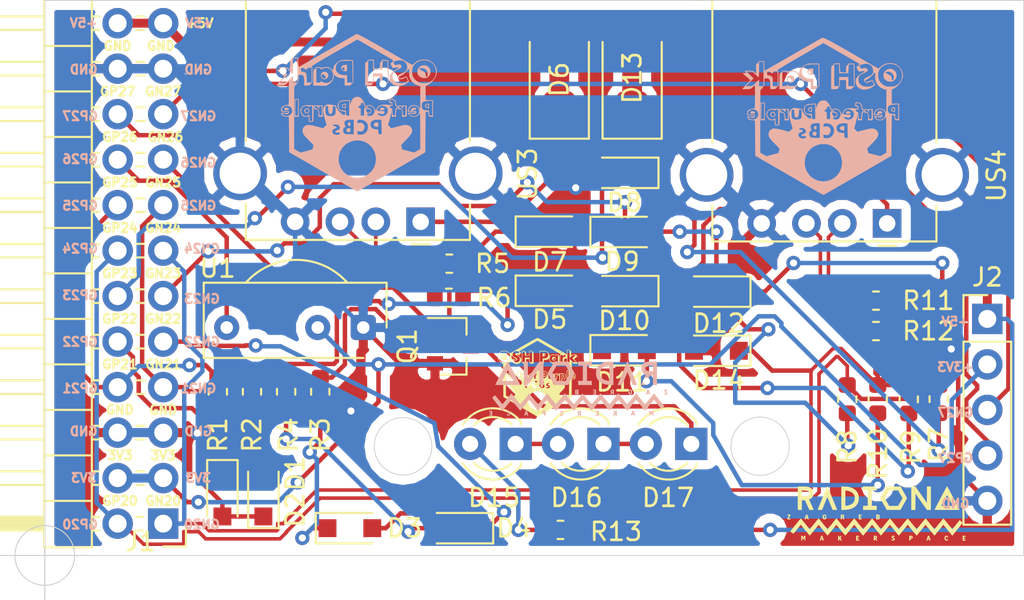
<source format=kicad_pcb>
(kicad_pcb (version 20171130) (host pcbnew 5.99.0+really5.1.10+dfsg1-1)
  (layers (0 F.Cu signal hide) (31 B.Cu signal) (34 B.Paste user) (35 F.Paste user hide) (36 B.SilkS user) (37 F.SilkS user hide) (38 B.Mask user) (39 F.Mask user hide) (44 Edge.Cuts user))
  (net 0 "")
  (net 1 USB1_FPGA_PULL_D+)
  (net 2 "Net-(D1-Pad1)")
  (net 3 "Net-(D2-Pad2)")
  (net 4 USB1_FPGA_PULL_D-)
  (net 5 "Net-(D3-Pad1)")
  (net 6 "Net-(D4-Pad2)")
  (net 7 USB1_FPGA_D+)
  (net 8 GND)
  (net 9 /US1VBUS)
  (net 10 +5V)
  (net 11 USB1_FPGA_D-)
  (net 12 "Net-(D8-Pad1)")
  (net 13 USB2_FPGA_PULL_D+)
  (net 14 "Net-(D9-Pad2)")
  (net 15 USB2_FPGA_PULL_D-)
  (net 16 "Net-(D10-Pad1)")
  (net 17 "Net-(D11-Pad2)")
  (net 18 USB2_FPGA_D+)
  (net 19 /US2VBUS)
  (net 20 USB2_FPGA_D-)
  (net 21 GP27)
  (net 22 GN27)
  (net 23 GP26)
  (net 24 GN26)
  (net 25 +3V3)
  (net 26 /FPD1-)
  (net 27 /FPD1+)
  (net 28 /FPD2-)
  (net 29 /FPD2+)
  (net 30 "Net-(D15-Pad1)")
  (net 31 "Net-(D15-Pad2)")
  (net 32 "Net-(D16-Pad1)")
  (net 33 "Net-(D17-Pad1)")
  (module parts:radiona-10mm (layer B.Cu) (at 149.4 100.4 180)
    (fp_text reference G*** hide)
    (fp_text value LOGO hide)
  )
  (module parts:OSH_10x10 (layer B.Cu) (at 137 85.2 180)
    (fp_text reference G*** hide)
    (fp_text value LOGO hide)
  )
  (module Package_TO_SOT_SMD:SOT-23 (layer F.Cu) (at 142.4 98.05)
    (fp_text reference Q1 (at -2.54 0 -90) (layer F.SilkS))
    (fp_text value 2N7002)
    (pad 1 smd rect (at -1 -0.95) (size 0.9 0.8) (layers F.Cu F.Paste F.Mask) (net 24 GN26))
    (pad 2 smd rect (at -1 0.95) (size 0.9 0.8) (layers F.Cu F.Paste F.Mask) (net 8 GND))
    (pad 3 smd rect (at 1 0) (size 0.9 0.8) (layers F.Cu F.Paste F.Mask) (net 33 "Net-(D17-Pad1)"))
  )
  (module Connector_USB:USB_A_Stewart_SS-52100-001_Horizontal (layer F.Cu) (at 166.624 91.186 180)
    (fp_text reference US4 (at -6.096 2.667 270) (layer F.SilkS))
    (fp_text value USB_A)
    (pad 5 thru_hole circle (at 10.07 2.71 180) (size 3 3) (drill 2.3) (layers *.Cu *.Mask) (net 8 GND))
    (pad 5 thru_hole circle (at -3.07 2.71 180) (size 3 3) (drill 2.3) (layers *.Cu *.Mask) (net 8 GND))
    (pad 1 thru_hole rect (at 0 0 180) (size 1.6 1.6) (drill 0.92) (layers *.Cu *.Mask) (net 19 /US2VBUS))
    (pad 2 thru_hole circle (at 2.5 0 180) (size 1.6 1.6) (drill 0.92) (layers *.Cu *.Mask) (net 28 /FPD2-))
    (pad 3 thru_hole circle (at 4.5 0 180) (size 1.6 1.6) (drill 0.92) (layers *.Cu *.Mask) (net 29 /FPD2+))
    (pad 4 thru_hole circle (at 7 0 180) (size 1.6 1.6) (drill 0.92) (layers *.Cu *.Mask) (net 8 GND))
  )
  (module Diode_SMD:D_SOD-323_HandSoldering (layer F.Cu) (at 157.099 94.996 180)
    (fp_text reference D12 (at -0.127 -1.778) (layer F.SilkS))
    (fp_text value 3.6V)
    (pad 1 smd rect (at -1.25 0 180) (size 1 1) (layers F.Cu F.Paste F.Mask) (net 18 USB2_FPGA_D+))
    (pad 2 smd rect (at 1.25 0 180) (size 1 1) (layers F.Cu F.Paste F.Mask) (net 8 GND))
  )
  (module Connector_PinHeader_2.54mm:PinHeader_2x12_P2.54mm_Horizontal (layer F.Cu) (at 126.238 107.95 180)
    (fp_text reference J1 (at 1.27 -1.016) (layer F.SilkS))
    (fp_text value Conn_02x12_Odd_Even)
    (pad 1 thru_hole rect (at 0 0 180) (size 1.7 1.7) (drill 1) (layers *.Cu *.Mask) (net 20 USB2_FPGA_D-))
    (pad 2 thru_hole oval (at 2.54 0 180) (size 1.7 1.7) (drill 1) (layers *.Cu *.Mask) (net 18 USB2_FPGA_D+))
    (pad 3 thru_hole oval (at 0 2.54 180) (size 1.7 1.7) (drill 1) (layers *.Cu *.Mask) (net 25 +3V3))
    (pad 4 thru_hole oval (at 2.54 2.54 180) (size 1.7 1.7) (drill 1) (layers *.Cu *.Mask) (net 25 +3V3))
    (pad 5 thru_hole oval (at 0 5.08 180) (size 1.7 1.7) (drill 1) (layers *.Cu *.Mask) (net 8 GND))
    (pad 6 thru_hole oval (at 2.54 5.08 180) (size 1.7 1.7) (drill 1) (layers *.Cu *.Mask) (net 8 GND))
    (pad 7 thru_hole oval (at 0 7.62 180) (size 1.7 1.7) (drill 1) (layers *.Cu *.Mask) (net 11 USB1_FPGA_D-))
    (pad 8 thru_hole oval (at 2.54 7.62 180) (size 1.7 1.7) (drill 1) (layers *.Cu *.Mask) (net 7 USB1_FPGA_D+))
    (pad 9 thru_hole oval (at 0 10.16 180) (size 1.7 1.7) (drill 1) (layers *.Cu *.Mask) (net 4 USB1_FPGA_PULL_D-))
    (pad 10 thru_hole oval (at 2.54 10.16 180) (size 1.7 1.7) (drill 1) (layers *.Cu *.Mask) (net 1 USB1_FPGA_PULL_D+))
    (pad 11 thru_hole oval (at 0 12.7 180) (size 1.7 1.7) (drill 1) (layers *.Cu *.Mask) (net 15 USB2_FPGA_PULL_D-))
    (pad 12 thru_hole oval (at 2.54 12.7 180) (size 1.7 1.7) (drill 1) (layers *.Cu *.Mask) (net 13 USB2_FPGA_PULL_D+))
    (pad 13 thru_hole oval (at 0 15.24 180) (size 1.7 1.7) (drill 1) (layers *.Cu *.Mask) (net 20 USB2_FPGA_D-))
    (pad 14 thru_hole oval (at 2.54 15.24 180) (size 1.7 1.7) (drill 1) (layers *.Cu *.Mask) (net 18 USB2_FPGA_D+))
    (pad 15 thru_hole oval (at 0 17.78 180) (size 1.7 1.7) (drill 1) (layers *.Cu *.Mask) (net 11 USB1_FPGA_D-))
    (pad 16 thru_hole oval (at 2.54 17.78 180) (size 1.7 1.7) (drill 1) (layers *.Cu *.Mask) (net 7 USB1_FPGA_D+))
    (pad 17 thru_hole oval (at 0 20.32 180) (size 1.7 1.7) (drill 1) (layers *.Cu *.Mask) (net 24 GN26))
    (pad 18 thru_hole oval (at 2.54 20.32 180) (size 1.7 1.7) (drill 1) (layers *.Cu *.Mask) (net 23 GP26))
    (pad 19 thru_hole oval (at 0 22.86 180) (size 1.7 1.7) (drill 1) (layers *.Cu *.Mask) (net 22 GN27))
    (pad 20 thru_hole oval (at 2.54 22.86 180) (size 1.7 1.7) (drill 1) (layers *.Cu *.Mask) (net 21 GP27))
    (pad 21 thru_hole oval (at 0 25.4 180) (size 1.7 1.7) (drill 1) (layers *.Cu *.Mask) (net 8 GND))
    (pad 22 thru_hole oval (at 2.54 25.4 180) (size 1.7 1.7) (drill 1) (layers *.Cu *.Mask) (net 8 GND))
    (pad 23 thru_hole oval (at 0 27.94 180) (size 1.7 1.7) (drill 1) (layers *.Cu *.Mask) (net 10 +5V))
    (pad 24 thru_hole oval (at 2.54 27.94 180) (size 1.7 1.7) (drill 1) (layers *.Cu *.Mask) (net 10 +5V))
  )
  (module Diode_SMD:D_SOD-323_HandSoldering (layer F.Cu) (at 129.54 106.299 270)
    (fp_text reference D1 (at -1.143 -4.064 90) (layer F.SilkS))
    (fp_text value 1N914)
    (pad 2 smd rect (at 1.25 0 270) (size 1 1) (layers F.Cu F.Paste F.Mask) (net 1 USB1_FPGA_PULL_D+))
    (pad 1 smd rect (at -1.25 0 270) (size 1 1) (layers F.Cu F.Paste F.Mask) (net 2 "Net-(D1-Pad1)"))
  )
  (module Diode_SMD:D_SOD-323_HandSoldering (layer F.Cu) (at 131.826 106.299 90)
    (fp_text reference D2 (at -0.889 1.778 90) (layer F.SilkS))
    (fp_text value 1N914)
    (pad 2 smd rect (at 1.25 0 90) (size 1 1) (layers F.Cu F.Paste F.Mask) (net 3 "Net-(D2-Pad2)"))
    (pad 1 smd rect (at -1.25 0 90) (size 1 1) (layers F.Cu F.Paste F.Mask) (net 1 USB1_FPGA_PULL_D+))
  )
  (module Diode_SMD:D_SOD-323_HandSoldering (layer F.Cu) (at 136.652 108.204)
    (fp_text reference D3 (at 3.048 0) (layer F.SilkS))
    (fp_text value 1N914)
    (pad 2 smd rect (at 1.25 0) (size 1 1) (layers F.Cu F.Paste F.Mask) (net 4 USB1_FPGA_PULL_D-))
    (pad 1 smd rect (at -1.25 0) (size 1 1) (layers F.Cu F.Paste F.Mask) (net 5 "Net-(D3-Pad1)"))
  )
  (module Diode_SMD:D_SOD-323_HandSoldering (layer F.Cu) (at 142.748 108.204 180)
    (fp_text reference D4 (at -3.048 0) (layer F.SilkS))
    (fp_text value 1N914)
    (pad 1 smd rect (at -1.25 0 180) (size 1 1) (layers F.Cu F.Paste F.Mask) (net 4 USB1_FPGA_PULL_D-))
    (pad 2 smd rect (at 1.25 0 180) (size 1 1) (layers F.Cu F.Paste F.Mask) (net 6 "Net-(D4-Pad2)"))
  )
  (module Diode_SMD:D_SOD-323_HandSoldering (layer F.Cu) (at 147.8 94.95)
    (fp_text reference D5 (at 0 1.6) (layer F.SilkS))
    (fp_text value 3.6V)
    (pad 1 smd rect (at -1.25 0) (size 1 1) (layers F.Cu F.Paste F.Mask) (net 7 USB1_FPGA_D+))
    (pad 2 smd rect (at 1.25 0) (size 1 1) (layers F.Cu F.Paste F.Mask) (net 8 GND))
  )
  (module jumper:D_SMA_Jumper_NC (layer F.Cu) (at 148.336 83.058 90)
    (fp_text reference D6 (at -0.095 0 270) (layer F.SilkS))
    (fp_text value 0 hide)
    (fp_poly (pts (xy -0.9 -0.5) (xy 0.9 -0.5) (xy 0.9 0.5) (xy -0.9 0.5)) (layer F.Cu) (width 0.1))
    (pad 1 smd roundrect (at -2 0 90) (size 2.5 1.8) (layers F.Cu F.Mask) (net 9 /US1VBUS))
    (pad 2 smd roundrect (at 2 0 90) (size 2.5 1.8) (layers F.Cu F.Mask) (net 10 +5V))
  )
  (module Diode_SMD:D_SOD-323_HandSoldering (layer F.Cu) (at 147.8 91.65)
    (fp_text reference D7 (at 0 1.7) (layer F.SilkS))
    (fp_text value 3.6V)
    (pad 1 smd rect (at -1.25 0) (size 1 1) (layers F.Cu F.Paste F.Mask) (net 11 USB1_FPGA_D-))
    (pad 2 smd rect (at 1.25 0) (size 1 1) (layers F.Cu F.Paste F.Mask) (net 8 GND))
  )
  (module Diode_SMD:D_SOD-323_HandSoldering (layer F.Cu) (at 151.968 88.365 180)
    (fp_text reference D8 (at 0 -1.651) (layer F.SilkS))
    (fp_text value 1N914)
    (pad 1 smd rect (at -1.25 0 180) (size 1 1) (layers F.Cu F.Paste F.Mask) (net 12 "Net-(D8-Pad1)"))
    (pad 2 smd rect (at 1.25 0 180) (size 1 1) (layers F.Cu F.Paste F.Mask) (net 13 USB2_FPGA_PULL_D+))
  )
  (module Diode_SMD:D_SOD-323_HandSoldering (layer F.Cu) (at 151.968 91.667)
    (fp_text reference D9 (at -0.127 1.651) (layer F.SilkS))
    (fp_text value 1N914)
    (pad 1 smd rect (at -1.25 0) (size 1 1) (layers F.Cu F.Paste F.Mask) (net 13 USB2_FPGA_PULL_D+))
    (pad 2 smd rect (at 1.25 0) (size 1 1) (layers F.Cu F.Paste F.Mask) (net 14 "Net-(D9-Pad2)"))
  )
  (module Diode_SMD:D_SOD-323_HandSoldering (layer F.Cu) (at 151.968 94.969 180)
    (fp_text reference D10 (at 0 -1.651) (layer F.SilkS))
    (fp_text value 1N914)
    (pad 2 smd rect (at 1.25 0 180) (size 1 1) (layers F.Cu F.Paste F.Mask) (net 15 USB2_FPGA_PULL_D-))
    (pad 1 smd rect (at -1.25 0 180) (size 1 1) (layers F.Cu F.Paste F.Mask) (net 16 "Net-(D10-Pad1)"))
  )
  (module Diode_SMD:D_SOD-323_HandSoldering (layer F.Cu) (at 151.968 98.271)
    (fp_text reference D11 (at -0.127 1.778) (layer F.SilkS))
    (fp_text value 1N914)
    (pad 2 smd rect (at 1.25 0) (size 1 1) (layers F.Cu F.Paste F.Mask) (net 17 "Net-(D11-Pad2)"))
    (pad 1 smd rect (at -1.25 0) (size 1 1) (layers F.Cu F.Paste F.Mask) (net 15 USB2_FPGA_PULL_D-))
  )
  (module jumper:D_SMA_Jumper_NC (layer F.Cu) (at 152.4 83.058 90)
    (fp_text reference D13 (at 0 0 90) (layer F.SilkS))
    (fp_text value 0 hide)
    (fp_poly (pts (xy -0.9 -0.5) (xy 0.9 -0.5) (xy 0.9 0.5) (xy -0.9 0.5)) (layer F.Cu) (width 0.1))
    (pad 2 smd roundrect (at 2 0 90) (size 2.5 1.8) (layers F.Cu F.Mask) (net 10 +5V))
    (pad 1 smd roundrect (at -2 0 90) (size 2.5 1.8) (layers F.Cu F.Mask) (net 19 /US2VBUS))
  )
  (module Diode_SMD:D_SOD-323_HandSoldering (layer F.Cu) (at 157.099 98.298 180)
    (fp_text reference D14 (at -0.127 -1.651) (layer F.SilkS))
    (fp_text value 3.6V)
    (pad 2 smd rect (at 1.25 0 180) (size 1 1) (layers F.Cu F.Paste F.Mask) (net 8 GND))
    (pad 1 smd rect (at -1.25 0 180) (size 1 1) (layers F.Cu F.Paste F.Mask) (net 20 USB2_FPGA_D-))
  )
  (module Resistor_SMD:R_0603_1608Metric (layer F.Cu) (at 129.286 100.584 90)
    (fp_text reference R1 (at -2.413 0 90) (layer F.SilkS))
    (fp_text value 1.1k)
    (pad 1 smd roundrect (at -0.7875 0 90) (size 0.875 0.95) (layers F.Cu F.Paste F.Mask) (net 2 "Net-(D1-Pad1)"))
    (pad 2 smd roundrect (at 0.7875 0 90) (size 0.875 0.95) (layers F.Cu F.Paste F.Mask) (net 7 USB1_FPGA_D+))
  )
  (module Resistor_SMD:R_0603_1608Metric (layer F.Cu) (at 131.191 100.584 90)
    (fp_text reference R2 (at -2.413 0 90) (layer F.SilkS))
    (fp_text value 15k)
    (pad 2 smd roundrect (at 0.7875 0 90) (size 0.875 0.95) (layers F.Cu F.Paste F.Mask) (net 7 USB1_FPGA_D+))
    (pad 1 smd roundrect (at -0.7875 0 90) (size 0.875 0.95) (layers F.Cu F.Paste F.Mask) (net 3 "Net-(D2-Pad2)"))
  )
  (module Resistor_SMD:R_0603_1608Metric (layer F.Cu) (at 135.001 100.584 270)
    (fp_text reference R3 (at 2.413 0 90) (layer F.SilkS))
    (fp_text value 1.1k)
    (pad 1 smd roundrect (at -0.7875 0 270) (size 0.875 0.95) (layers F.Cu F.Paste F.Mask) (net 11 USB1_FPGA_D-))
    (pad 2 smd roundrect (at 0.7875 0 270) (size 0.875 0.95) (layers F.Cu F.Paste F.Mask) (net 5 "Net-(D3-Pad1)"))
  )
  (module Resistor_SMD:R_0603_1608Metric (layer F.Cu) (at 133.096 100.584 90)
    (fp_text reference R4 (at -2.413 0.127 90) (layer F.SilkS))
    (fp_text value 15k)
    (pad 1 smd roundrect (at -0.7875 0 90) (size 0.875 0.95) (layers F.Cu F.Paste F.Mask) (net 6 "Net-(D4-Pad2)"))
    (pad 2 smd roundrect (at 0.7875 0 90) (size 0.875 0.95) (layers F.Cu F.Paste F.Mask) (net 11 USB1_FPGA_D-))
  )
  (module Resistor_SMD:R_0603_1608Metric (layer F.Cu) (at 142.2 93.436 180)
    (fp_text reference R5 (at -2.413 0 180) (layer F.SilkS))
    (fp_text value 27)
    (pad 2 smd roundrect (at 0.7875 0 180) (size 0.875 0.95) (layers F.Cu F.Paste F.Mask) (net 26 /FPD1-))
    (pad 1 smd roundrect (at -0.7875 0 180) (size 0.875 0.95) (layers F.Cu F.Paste F.Mask) (net 11 USB1_FPGA_D-))
  )
  (module Resistor_SMD:R_0603_1608Metric (layer F.Cu) (at 142.177 95.341 180)
    (fp_text reference R6 (at -2.5145 0 180) (layer F.SilkS))
    (fp_text value 27)
    (pad 2 smd roundrect (at 0.7875 0 180) (size 0.875 0.95) (layers F.Cu F.Paste F.Mask) (net 27 /FPD1+))
    (pad 1 smd roundrect (at -0.7875 0 180) (size 0.875 0.95) (layers F.Cu F.Paste F.Mask) (net 7 USB1_FPGA_D+))
  )
  (module Resistor_SMD:R_0603_1608Metric (layer F.Cu) (at 169.5 101 90)
    (fp_text reference R7 (at -2.54 0 90) (layer F.SilkS))
    (fp_text value 1.1k)
    (pad 2 smd roundrect (at 0.7875 0 90) (size 0.875 0.95) (layers F.Cu F.Paste F.Mask) (net 18 USB2_FPGA_D+))
    (pad 1 smd roundrect (at -0.7875 0 90) (size 0.875 0.95) (layers F.Cu F.Paste F.Mask) (net 12 "Net-(D8-Pad1)"))
  )
  (module Resistor_SMD:R_0603_1608Metric (layer F.Cu) (at 164.4 101 90)
    (fp_text reference R8 (at -2.667 0 90) (layer F.SilkS))
    (fp_text value 15k)
    (pad 2 smd roundrect (at 0.7875 0 90) (size 0.875 0.95) (layers F.Cu F.Paste F.Mask) (net 18 USB2_FPGA_D+))
    (pad 1 smd roundrect (at -0.7875 0 90) (size 0.875 0.95) (layers F.Cu F.Paste F.Mask) (net 14 "Net-(D9-Pad2)"))
  )
  (module Resistor_SMD:R_0603_1608Metric (layer F.Cu) (at 167.829 101.011 270)
    (fp_text reference R9 (at 2.667 -0.127 90) (layer F.SilkS))
    (fp_text value 1.1k)
    (pad 1 smd roundrect (at -0.7875 0 270) (size 0.875 0.95) (layers F.Cu F.Paste F.Mask) (net 20 USB2_FPGA_D-))
    (pad 2 smd roundrect (at 0.7875 0 270) (size 0.875 0.95) (layers F.Cu F.Paste F.Mask) (net 16 "Net-(D10-Pad1)"))
  )
  (module Resistor_SMD:R_0603_1608Metric (layer F.Cu) (at 166.1 101 90)
    (fp_text reference R10 (at -3.048 0 90) (layer F.SilkS))
    (fp_text value 15k)
    (pad 1 smd roundrect (at -0.7875 0 90) (size 0.875 0.95) (layers F.Cu F.Paste F.Mask) (net 17 "Net-(D11-Pad2)"))
    (pad 2 smd roundrect (at 0.7875 0 90) (size 0.875 0.95) (layers F.Cu F.Paste F.Mask) (net 20 USB2_FPGA_D-))
  )
  (module Resistor_SMD:R_0603_1608Metric (layer F.Cu) (at 166 95.5 180)
    (fp_text reference R11 (at -2.921 0 180) (layer F.SilkS))
    (fp_text value 27)
    (pad 1 smd roundrect (at -0.7875 0 180) (size 0.875 0.95) (layers F.Cu F.Paste F.Mask) (net 20 USB2_FPGA_D-))
    (pad 2 smd roundrect (at 0.7875 0 180) (size 0.875 0.95) (layers F.Cu F.Paste F.Mask) (net 28 /FPD2-))
  )
  (module Resistor_SMD:R_0603_1608Metric (layer F.Cu) (at 166 97.2 180)
    (fp_text reference R12 (at -2.921 0 180) (layer F.SilkS))
    (fp_text value 27)
    (pad 2 smd roundrect (at 0.7875 0 180) (size 0.875 0.95) (layers F.Cu F.Paste F.Mask) (net 29 /FPD2+))
    (pad 1 smd roundrect (at -0.7875 0 180) (size 0.875 0.95) (layers F.Cu F.Paste F.Mask) (net 18 USB2_FPGA_D+))
  )
  (module Connector_USB:USB_A_Stewart_SS-52100-001_Horizontal (layer F.Cu) (at 140.6 91.1 180)
    (fp_text reference US3 (at -5.969 2.667 90) (layer F.SilkS))
    (fp_text value USB_A)
    (pad 4 thru_hole circle (at 7 0 180) (size 1.6 1.6) (drill 0.92) (layers *.Cu *.Mask) (net 8 GND))
    (pad 3 thru_hole circle (at 4.5 0 180) (size 1.6 1.6) (drill 0.92) (layers *.Cu *.Mask) (net 27 /FPD1+))
    (pad 2 thru_hole circle (at 2.5 0 180) (size 1.6 1.6) (drill 0.92) (layers *.Cu *.Mask) (net 26 /FPD1-))
    (pad 1 thru_hole rect (at 0 0 180) (size 1.6 1.6) (drill 0.92) (layers *.Cu *.Mask) (net 9 /US1VBUS))
    (pad 5 thru_hole circle (at -3.07 2.71 180) (size 3 3) (drill 2.3) (layers *.Cu *.Mask) (net 8 GND))
    (pad 5 thru_hole circle (at 10.07 2.71 180) (size 3 3) (drill 2.3) (layers *.Cu *.Mask) (net 8 GND))
  )
  (module LED_THT:LED_D3.0mm_IRBlack (layer F.Cu) (at 145.9 103.5 180)
    (fp_text reference D15 (at 1.2 -3) (layer F.SilkS))
    (fp_text value LED)
    (pad 1 thru_hole rect (at 0 0 180) (size 1.8 1.8) (drill 0.9) (layers *.Cu *.Mask) (net 30 "Net-(D15-Pad1)"))
    (pad 2 thru_hole circle (at 2.54 0 180) (size 1.8 1.8) (drill 0.9) (layers *.Cu *.Mask) (net 31 "Net-(D15-Pad2)"))
  )
  (module LED_THT:LED_D3.0mm_IRBlack (layer F.Cu) (at 150.8 103.5 180)
    (fp_text reference D16 (at 1.5 -3) (layer F.SilkS))
    (fp_text value LED)
    (pad 2 thru_hole circle (at 2.54 0 180) (size 1.8 1.8) (drill 0.9) (layers *.Cu *.Mask) (net 30 "Net-(D15-Pad1)"))
    (pad 1 thru_hole rect (at 0 0 180) (size 1.8 1.8) (drill 0.9) (layers *.Cu *.Mask) (net 32 "Net-(D16-Pad1)"))
  )
  (module LED_THT:LED_D3.0mm_IRBlack (layer F.Cu) (at 155.7 103.5 180)
    (fp_text reference D17 (at 1.3 -3) (layer F.SilkS))
    (fp_text value LED)
    (pad 1 thru_hole rect (at 0 0 180) (size 1.8 1.8) (drill 0.9) (layers *.Cu *.Mask) (net 33 "Net-(D17-Pad1)"))
    (pad 2 thru_hole circle (at 2.54 0 180) (size 1.8 1.8) (drill 0.9) (layers *.Cu *.Mask) (net 32 "Net-(D16-Pad1)"))
  )
  (module Connector_PinHeader_2.54mm:PinHeader_1x05_P2.54mm_Vertical (layer F.Cu) (at 172.212 96.52)
    (fp_text reference J2 (at 0 -2.33) (layer F.SilkS))
    (fp_text value CONN)
    (pad 1 thru_hole rect (at 0 0) (size 1.7 1.7) (drill 1) (layers *.Cu *.Mask) (net 10 +5V))
    (pad 2 thru_hole oval (at 0 2.54) (size 1.7 1.7) (drill 1) (layers *.Cu *.Mask) (net 25 +3V3))
    (pad 3 thru_hole oval (at 0 5.08) (size 1.7 1.7) (drill 1) (layers *.Cu *.Mask) (net 22 GN27))
    (pad 4 thru_hole oval (at 0 7.62) (size 1.7 1.7) (drill 1) (layers *.Cu *.Mask) (net 21 GP27))
    (pad 5 thru_hole oval (at 0 10.16) (size 1.7 1.7) (drill 1) (layers *.Cu *.Mask) (net 8 GND))
  )
  (module Resistor_SMD:R_0603_1608Metric (layer F.Cu) (at 148.4 108.3 180)
    (fp_text reference R13 (at -3.1 -0.1) (layer F.SilkS))
    (fp_text value 27)
    (pad 1 smd roundrect (at -0.7875 0 180) (size 0.875 0.95) (layers F.Cu F.Paste F.Mask) (net 10 +5V))
    (pad 2 smd roundrect (at 0.7875 0 180) (size 0.875 0.95) (layers F.Cu F.Paste F.Mask) (net 31 "Net-(D15-Pad2)"))
  )
  (module OptoDevice:Vishay_CAST-3Pin (layer F.Cu) (at 137.4 97 180)
    (fp_text reference U1 (at 8.128 3.302) (layer F.SilkS))
    (fp_text value TSOP17xx)
    (pad 1 thru_hole roundrect (at 0 0 180) (size 1.4 1.4) (drill 0.7) (layers *.Cu *.Mask) (roundrect_rratio 0.178) (net 8 GND))
    (pad 2 thru_hole circle (at 2.54 0 180) (size 1.4 1.4) (drill 0.7) (layers *.Cu *.Mask) (net 25 +3V3))
    (pad 3 thru_hole circle (at 7.62 0 180) (size 1.4 1.4) (drill 0.7) (layers *.Cu *.Mask) (net 23 GP26))
  )
  (module parts:radiona-10mm (layer F.Cu) (at 166.025 107.375)
    (fp_text reference G*** hide)
    (fp_text value LOGO hide)
  )
  (module parts:OSH_5x5 (layer F.Cu) (at 147.15 99.875)
    (fp_text reference G*** hide)
    (fp_text value LOGO hide)
  )
  (module parts:OSH_10x10 (layer B.Cu) (at 163 85.4 180)
    (fp_text reference G*** hide)
    (fp_text value LOGO hide)
  )
  (gr_text GND (at 170.434 106.83) (layer B.SilkS) (effects (font (size 0.5 0.5) (thickness 0.125)) (justify mirror)))
  (gr_text GP27 (at 170.434 104.29) (layer B.SilkS) (effects (font (size 0.5 0.5) (thickness 0.125)) (justify mirror)))
  (gr_text GN27 (at 170.434 101.75) (layer B.SilkS) (effects (font (size 0.5 0.5) (thickness 0.125)) (justify mirror)))
  (gr_text +3V3 (at 170.434 99.21) (layer B.SilkS) (effects (font (size 0.5 0.5) (thickness 0.125)) (justify mirror)))
  (gr_text +5V (at 170.434 96.67) (layer B.SilkS) (effects (font (size 0.5 0.5) (thickness 0.125)) (justify mirror)))
  (target plus (at 119.634 109.728) (size 5) (width 0.05) (layer Edge.Cuts))
  (target plus (at 119.634 109.728) (size 5) (width 0.05) (layer Edge.Cuts))
  (gr_text +5V (at 121.8 80) (layer B.SilkS) (effects (font (size 0.5 0.5) (thickness 0.125)) (justify mirror)))
  (gr_circle (center 139.617563 103.632) (end 140.125563 105.156) (layer Edge.Cuts) (width 0.05))
  (gr_circle (center 159.536607 103.632) (end 160.552607 104.902) (layer Edge.Cuts) (width 0.05))
  (gr_text GP20 (at 121.6 108) (layer B.SilkS) (effects (font (size 0.5 0.5) (thickness 0.125)) (justify mirror)))
  (gr_text 3V3 (at 121.8 105.4) (layer B.SilkS) (effects (font (size 0.5 0.5) (thickness 0.125)) (justify mirror)))
  (gr_text GP26 (at 121.6 87.6) (layer B.SilkS) (effects (font (size 0.5 0.5) (thickness 0.125)) (justify mirror)))
  (gr_text GP25 (at 121.6 90.2) (layer B.SilkS) (effects (font (size 0.5 0.5) (thickness 0.125)) (justify mirror)))
  (gr_text GP21 (at 121.6 100.4) (layer B.SilkS) (effects (font (size 0.5 0.5) (thickness 0.125)) (justify mirror)))
  (gr_text GP27 (at 121.6 85.2) (layer B.SilkS) (effects (font (size 0.5 0.5) (thickness 0.125)) (justify mirror)))
  (gr_text GP24 (at 121.6 92.6) (layer B.SilkS) (effects (font (size 0.5 0.5) (thickness 0.125)) (justify mirror)))
  (gr_text +5V (at 128.25 80) (layer B.SilkS) (effects (font (size 0.5 0.5) (thickness 0.125)) (justify mirror)))
  (gr_text GP22 (at 121.6 97.8) (layer B.SilkS) (effects (font (size 0.5 0.5) (thickness 0.125)) (justify mirror)))
  (gr_text GP23 (at 121.6 95.2) (layer B.SilkS) (effects (font (size 0.5 0.5) (thickness 0.125)) (justify mirror)))
  (gr_text GND (at 128.2 82.6) (layer B.SilkS) (effects (font (size 0.5 0.5) (thickness 0.125)) (justify mirror)))
  (gr_text GND (at 121.8 102.8) (layer B.SilkS) (effects (font (size 0.5 0.5) (thickness 0.125)) (justify mirror)))
  (gr_text GN20 (at 128.4 108) (layer B.SilkS) (effects (font (size 0.5 0.5) (thickness 0.125)) (justify mirror)))
  (gr_text GND (at 128.2 102.8) (layer B.SilkS) (effects (font (size 0.5 0.5) (thickness 0.125)) (justify mirror)))
  (gr_text GN26 (at 128.2 87.8) (layer B.SilkS) (effects (font (size 0.5 0.5) (thickness 0.125)) (justify mirror)))
  (gr_text GN25 (at 128.2 90.2) (layer B.SilkS) (effects (font (size 0.5 0.5) (thickness 0.125)) (justify mirror)))
  (gr_text GN22 (at 128.4 97.8) (layer B.SilkS) (effects (font (size 0.5 0.5) (thickness 0.125)) (justify mirror)))
  (gr_text GN23 (at 128.4 95.4) (layer B.SilkS) (effects (font (size 0.5 0.5) (thickness 0.125)) (justify mirror)))
  (gr_text GN24 (at 128.4 92.6) (layer B.SilkS) (effects (font (size 0.5 0.5) (thickness 0.125)) (justify mirror)))
  (gr_text 3V3 (at 128.2 105.4) (layer B.SilkS) (effects (font (size 0.5 0.5) (thickness 0.125)) (justify mirror)))
  (gr_text GN21 (at 128.2 100.4) (layer B.SilkS) (effects (font (size 0.5 0.5) (thickness 0.125)) (justify mirror)))
  (gr_text GN27 (at 128.2 85.2) (layer B.SilkS) (effects (font (size 0.5 0.5) (thickness 0.125)) (justify mirror)))
  (gr_text GND (at 121.8 82.6) (layer B.SilkS) (effects (font (size 0.5 0.5) (thickness 0.125)) (justify mirror)))
  (gr_line (start 174.244 78.74) (end 119.634 78.74) (layer Edge.Cuts) (width 0.05))
  (gr_line (start 174.244 109.728) (end 174.244 78.74) (layer Edge.Cuts) (width 0.05))
  (gr_line (start 119.634 109.728) (end 174.244 109.728) (layer Edge.Cuts) (width 0.05))
  (gr_line (start 119.634 78.74) (end 119.634 109.728) (layer Edge.Cuts) (width 0.05))
  (gr_text GP20 (at 123.825 106.68) (layer F.SilkS) (effects (font (size 0.5 0.5) (thickness 0.125))))
  (gr_text GN20 (at 126.238 106.68) (layer F.SilkS) (effects (font (size 0.5 0.5) (thickness 0.125))))
  (gr_text 3V3 (at 123.825 104.14) (layer F.SilkS) (effects (font (size 0.5 0.5) (thickness 0.125))))
  (gr_text 3V3 (at 126.238 104.14) (layer F.SilkS) (effects (font (size 0.5 0.5) (thickness 0.125))))
  (gr_text GND (at 123.825 101.6) (layer F.SilkS) (effects (font (size 0.5 0.5) (thickness 0.125))))
  (gr_text GND (at 126.238 101.6) (layer F.SilkS) (effects (font (size 0.5 0.5) (thickness 0.125))))
  (gr_text GN21 (at 126.238 99.06) (layer F.SilkS) (effects (font (size 0.5 0.5) (thickness 0.125))))
  (gr_text GP21 (at 123.825 99.06) (layer F.SilkS) (effects (font (size 0.5 0.5) (thickness 0.125))))
  (gr_text GP22 (at 123.825 96.52) (layer F.SilkS) (effects (font (size 0.5 0.5) (thickness 0.125))))
  (gr_text GN22 (at 126.238 96.52) (layer F.SilkS) (effects (font (size 0.5 0.5) (thickness 0.125))))
  (gr_text GP23 (at 123.825 93.98) (layer F.SilkS) (effects (font (size 0.5 0.5) (thickness 0.125))))
  (gr_text GN23 (at 126.238 93.98) (layer F.SilkS) (effects (font (size 0.5 0.5) (thickness 0.125))))
  (gr_text GP24 (at 123.825 91.44) (layer F.SilkS) (effects (font (size 0.5 0.5) (thickness 0.125))))
  (gr_text GN24 (at 126.238 91.44) (layer F.SilkS) (effects (font (size 0.5 0.5) (thickness 0.125))))
  (gr_text GN25 (at 126.238 88.9) (layer F.SilkS) (effects (font (size 0.5 0.5) (thickness 0.125))))
  (gr_text GP25 (at 123.825 88.9) (layer F.SilkS) (effects (font (size 0.5 0.5) (thickness 0.125))))
  (gr_text GN26 (at 126.365 86.36) (layer F.SilkS) (effects (font (size 0.5 0.5) (thickness 0.125))))
  (gr_text GP26 (at 123.825 86.36) (layer F.SilkS) (effects (font (size 0.5 0.5) (thickness 0.125))))
  (gr_text GN27 (at 126.238 83.82) (layer F.SilkS) (effects (font (size 0.5 0.5) (thickness 0.125))))
  (gr_text GP27 (at 123.698 83.82) (layer F.SilkS) (effects (font (size 0.5 0.5) (thickness 0.125))))
  (gr_text GND (at 123.698 81.28) (layer F.SilkS) (effects (font (size 0.5 0.5) (thickness 0.125))))
  (gr_text GND (at 126.111 81.28) (layer F.SilkS) (effects (font (size 0.5 0.5) (thickness 0.125))))
  (gr_text +5V (at 128.27 80.01) (layer F.SilkS) (effects (font (size 0.5 0.5) (thickness 0.125))))
  (segment (start 131.826 107.549) (end 129.54 107.549) (width 0.25) (layer F.Cu) (net 1))
  (segment (start 128.498002 103.625002) (end 128.875002 103.248002) (width 0.25) (layer F.Cu) (net 1))
  (segment (start 128.498002 105.757002) (end 128.498002 103.625002) (width 0.25) (layer F.Cu) (net 1))
  (segment (start 124.873001 100.704003) (end 124.873001 99.765999) (width 0.25) (layer F.Cu) (net 1))
  (segment (start 129.54 106.799) (end 128.498002 105.757002) (width 0.25) (layer F.Cu) (net 1))
  (segment (start 125.673999 101.505001) (end 124.873001 100.704003) (width 0.25) (layer F.Cu) (net 1))
  (segment (start 124.547999 99.440997) (end 124.547999 98.639999) (width 0.25) (layer F.Cu) (net 1))
  (segment (start 124.873001 99.765999) (end 124.547999 99.440997) (width 0.25) (layer F.Cu) (net 1))
  (segment (start 129.54 107.549) (end 129.54 106.799) (width 0.25) (layer F.Cu) (net 1))
  (segment (start 124.547999 98.639999) (end 123.698 97.79) (width 0.25) (layer F.Cu) (net 1))
  (segment (start 128.875002 102.536907) (end 127.843096 101.505001) (width 0.25) (layer F.Cu) (net 1))
  (segment (start 128.875002 103.248002) (end 128.875002 102.536907) (width 0.25) (layer F.Cu) (net 1))
  (segment (start 127.843096 101.505001) (end 125.673999 101.505001) (width 0.25) (layer F.Cu) (net 1))
  (segment (start 129.54 101.6255) (end 129.286 101.3715) (width 0.25) (layer F.Cu) (net 2))
  (segment (start 129.54 105.049) (end 129.54 101.6255) (width 0.25) (layer F.Cu) (net 2))
  (segment (start 131.826 102.0065) (end 131.191 101.3715) (width 0.25) (layer F.Cu) (net 3))
  (segment (start 131.826 105.049) (end 131.826 102.0065) (width 0.25) (layer F.Cu) (net 3))
  (segment (start 143.248 108.204) (end 143.998 108.204) (width 0.25) (layer F.Cu) (net 4))
  (segment (start 139.477001 107.378999) (end 142.422999 107.378999) (width 0.25) (layer F.Cu) (net 4))
  (segment (start 138.652 108.204) (end 139.477001 107.378999) (width 0.25) (layer F.Cu) (net 4))
  (segment (start 142.422999 107.378999) (end 143.248 108.204) (width 0.25) (layer F.Cu) (net 4))
  (segment (start 137.902 108.204) (end 138.652 108.204) (width 0.25) (layer F.Cu) (net 4))
  (via (at 145.25 107.3) (size 0.8) (drill 0.4) (layers F.Cu B.Cu) (net 4))
  (segment (start 143.998 108.204) (end 144.346 108.204) (width 0.25) (layer F.Cu) (net 4))
  (segment (start 144.346 108.204) (end 145.25 107.3) (width 0.25) (layer F.Cu) (net 4))
  (segment (start 132.784102 98.05) (end 132.4 98.05) (width 0.25) (layer B.Cu) (net 4))
  (segment (start 141.366275 102.341095) (end 132.784102 98.05) (width 0.25) (layer B.Cu) (net 4))
  (segment (start 145.25 107.3) (end 141.580546 103.630546) (width 0.25) (layer B.Cu) (net 4))
  (segment (start 141.580546 103.630546) (end 141.366275 102.341095) (width 0.25) (layer B.Cu) (net 4))
  (segment (start 126.498 98.05) (end 126.238 97.79) (width 0.25) (layer F.Cu) (net 4))
  (via (at 131.4 98) (size 0.8) (drill 0.4) (layers F.Cu B.Cu) (net 4))
  (segment (start 132.4 98.05) (end 131.45 98.05) (width 0.25) (layer B.Cu) (net 4))
  (segment (start 131.45 98.05) (end 131.4 98) (width 0.25) (layer B.Cu) (net 4))
  (segment (start 127.675082 98.025001) (end 127.440081 97.79) (width 0.25) (layer F.Cu) (net 4))
  (segment (start 127.440081 97.79) (end 126.238 97.79) (width 0.25) (layer F.Cu) (net 4))
  (segment (start 130.809314 98.025001) (end 127.675082 98.025001) (width 0.25) (layer F.Cu) (net 4))
  (segment (start 130.834315 98) (end 130.809314 98.025001) (width 0.25) (layer F.Cu) (net 4))
  (segment (start 131.4 98) (end 130.834315 98) (width 0.25) (layer F.Cu) (net 4))
  (via (at 134 108.75) (size 0.8) (drill 0.4) (layers F.Cu B.Cu) (net 5))
  (segment (start 135.402 108.204) (end 134.546 108.204) (width 0.25) (layer F.Cu) (net 5))
  (segment (start 134.546 108.204) (end 134 108.75) (width 0.25) (layer F.Cu) (net 5))
  (segment (start 134.812339 103.562341) (end 134.41234 103.96234) (width 0.25) (layer F.Cu) (net 5))
  (segment (start 135.001 101.3715) (end 135.001 103.37368) (width 0.25) (layer F.Cu) (net 5))
  (segment (start 134.812339 107.937661) (end 134.812339 104.362339) (width 0.25) (layer B.Cu) (net 5))
  (segment (start 135.001 103.37368) (end 134.812339 103.562341) (width 0.25) (layer F.Cu) (net 5))
  (segment (start 134 108.75) (end 134.812339 107.937661) (width 0.25) (layer B.Cu) (net 5))
  (via (at 134.41234 103.96234) (size 0.8) (drill 0.4) (layers F.Cu B.Cu) (net 5))
  (segment (start 134.812339 104.362339) (end 134.41234 103.96234) (width 0.25) (layer B.Cu) (net 5))
  (segment (start 141.498 108.204) (end 140.096 108.204) (width 0.25) (layer F.Cu) (net 6))
  (via (at 139.9 108.4) (size 0.8) (drill 0.4) (layers F.Cu B.Cu) (net 6))
  (segment (start 140.096 108.204) (end 139.9 108.4) (width 0.25) (layer F.Cu) (net 6))
  (segment (start 133.096 101.3715) (end 133.096 103.221011) (width 0.25) (layer F.Cu) (net 6))
  (segment (start 133.096 103.221011) (end 133.1 103.225011) (width 0.25) (layer F.Cu) (net 6))
  (segment (start 134.725011 103.225011) (end 133.1 103.225011) (width 0.25) (layer B.Cu) (net 6))
  (via (at 133.1 103.225011) (size 0.8) (drill 0.4) (layers F.Cu B.Cu) (net 6))
  (segment (start 139.9 108.4) (end 134.725011 103.225011) (width 0.25) (layer B.Cu) (net 6))
  (segment (start 129.286 99.7965) (end 129.286 99.441) (width 0.25) (layer F.Cu) (net 7))
  (segment (start 122.495919 100.33) (end 121.5 99.334081) (width 0.25) (layer F.Cu) (net 7))
  (segment (start 123.698 100.33) (end 122.495919 100.33) (width 0.25) (layer F.Cu) (net 7))
  (segment (start 121.5 92.368) (end 123.698 90.17) (width 0.25) (layer F.Cu) (net 7))
  (segment (start 121.5 99.334081) (end 121.5 92.368) (width 0.25) (layer F.Cu) (net 7))
  (segment (start 146.55 94.95) (end 143.3555 94.95) (width 0.25) (layer F.Cu) (net 7))
  (segment (start 143.3555 94.95) (end 142.9645 95.341) (width 0.25) (layer F.Cu) (net 7))
  (segment (start 124.873001 99.154999) (end 127.645001 99.154999) (width 0.25) (layer B.Cu) (net 7))
  (segment (start 123.698 100.33) (end 124.873001 99.154999) (width 0.25) (layer B.Cu) (net 7))
  (via (at 127.7 99.1) (size 0.8) (drill 0.4) (layers F.Cu B.Cu) (net 7))
  (segment (start 127.645001 99.154999) (end 127.7 99.1) (width 0.25) (layer B.Cu) (net 7))
  (segment (start 128.5895 99.1) (end 129.286 99.7965) (width 0.25) (layer F.Cu) (net 7))
  (segment (start 127.7 99.1) (end 128.5895 99.1) (width 0.25) (layer F.Cu) (net 7))
  (segment (start 129.286 99.7965) (end 131.191 99.7965) (width 0.25) (layer F.Cu) (net 7))
  (via (at 138.816306 95.677329) (size 0.8) (drill 0.4) (layers F.Cu B.Cu) (net 7))
  (segment (start 138.427398 95.677329) (end 138.816306 95.677329) (width 0.25) (layer F.Cu) (net 7))
  (segment (start 136.524952 95.524979) (end 138.275048 95.524979) (width 0.25) (layer F.Cu) (net 7))
  (segment (start 135.924979 96.124952) (end 136.524952 95.524979) (width 0.25) (layer F.Cu) (net 7))
  (segment (start 135.924979 98.875021) (end 135.924979 96.124952) (width 0.25) (layer F.Cu) (net 7))
  (segment (start 135.76601 99.03399) (end 135.924979 98.875021) (width 0.25) (layer F.Cu) (net 7))
  (segment (start 131.95351 99.03399) (end 135.76601 99.03399) (width 0.25) (layer F.Cu) (net 7))
  (segment (start 131.191 99.7965) (end 131.95351 99.03399) (width 0.25) (layer F.Cu) (net 7))
  (segment (start 138.275048 95.524979) (end 138.427398 95.677329) (width 0.25) (layer F.Cu) (net 7))
  (via (at 145.45 96.85) (size 0.8) (drill 0.4) (layers F.Cu B.Cu) (net 7))
  (segment (start 138.816306 95.677329) (end 144.277329 95.677329) (width 0.25) (layer B.Cu) (net 7))
  (segment (start 144.277329 95.677329) (end 145.45 96.85) (width 0.25) (layer B.Cu) (net 7))
  (segment (start 145.8 94.95) (end 146.55 94.95) (width 0.25) (layer F.Cu) (net 7))
  (segment (start 145.45 95.3) (end 145.8 94.95) (width 0.25) (layer F.Cu) (net 7))
  (segment (start 145.45 96.85) (end 145.45 95.3) (width 0.25) (layer F.Cu) (net 7))
  (segment (start 126.482 82.306) (end 126.238 82.55) (width 0.5) (layer F.Cu) (net 8))
  (segment (start 156.3 87.841) (end 156.66 87.841) (width 0.5) (layer B.Cu) (net 8))
  (segment (start 123.698 82.55) (end 126.238 82.55) (width 0.5) (layer B.Cu) (net 8))
  (segment (start 126.81132 82.55) (end 126.238 82.55) (width 0.5) (layer B.Cu) (net 8))
  (segment (start 130.53 86.26868) (end 126.81132 82.55) (width 0.5) (layer B.Cu) (net 8))
  (segment (start 130.53 88.39) (end 130.53 86.26868) (width 0.5) (layer B.Cu) (net 8))
  (segment (start 142.170001 86.890001) (end 143.67 88.39) (width 0.5) (layer B.Cu) (net 8))
  (segment (start 132.029999 86.890001) (end 142.170001 86.890001) (width 0.5) (layer B.Cu) (net 8))
  (segment (start 130.53 88.39) (end 132.029999 86.890001) (width 0.5) (layer B.Cu) (net 8))
  (segment (start 155.054001 86.976001) (end 156.554 88.476) (width 0.5) (layer B.Cu) (net 8))
  (segment (start 154.968001 86.890001) (end 155.054001 86.976001) (width 0.5) (layer B.Cu) (net 8))
  (segment (start 143.67 88.39) (end 145.169999 86.890001) (width 0.5) (layer B.Cu) (net 8))
  (segment (start 168.194001 86.976001) (end 169.694 88.476) (width 0.5) (layer B.Cu) (net 8))
  (segment (start 158.053999 86.976001) (end 168.194001 86.976001) (width 0.5) (layer B.Cu) (net 8))
  (segment (start 156.554 88.476) (end 158.053999 86.976001) (width 0.5) (layer B.Cu) (net 8))
  (segment (start 156.914 88.476) (end 159.624 91.186) (width 0.5) (layer B.Cu) (net 8))
  (segment (start 156.554 88.476) (end 156.914 88.476) (width 0.5) (layer B.Cu) (net 8))
  (segment (start 130.89 88.39) (end 133.6 91.1) (width 0.5) (layer B.Cu) (net 8))
  (segment (start 130.53 88.39) (end 130.89 88.39) (width 0.5) (layer B.Cu) (net 8))
  (segment (start 155.849 95.746) (end 155.849 98.298) (width 0.25) (layer F.Cu) (net 8))
  (segment (start 155.849 94.996) (end 155.849 95.746) (width 0.25) (layer F.Cu) (net 8))
  (via (at 170.2 98.2) (size 0.8) (drill 0.4) (layers F.Cu B.Cu) (net 8))
  (segment (start 169.694 88.476) (end 171.193999 89.975999) (width 0.25) (layer B.Cu) (net 8))
  (segment (start 170.2 94.692012) (end 170.2 98.2) (width 0.25) (layer B.Cu) (net 8))
  (segment (start 171.193999 93.698013) (end 170.2 94.692012) (width 0.25) (layer B.Cu) (net 8))
  (segment (start 171.193999 89.975999) (end 171.193999 93.698013) (width 0.25) (layer B.Cu) (net 8))
  (segment (start 171.362001 105.830001) (end 172.212 106.68) (width 0.25) (layer F.Cu) (net 8))
  (segment (start 170.2 98.2) (end 170.2 98.765686) (width 0.25) (layer F.Cu) (net 8))
  (segment (start 170.2 98.765686) (end 170.586988 99.152674) (width 0.25) (layer F.Cu) (net 8))
  (segment (start 170.586988 105.054988) (end 171.362001 105.830001) (width 0.25) (layer F.Cu) (net 8))
  (segment (start 170.586988 99.152674) (end 170.586988 105.054988) (width 0.25) (layer F.Cu) (net 8))
  (segment (start 133.6 93.2) (end 137.4 97) (width 0.25) (layer B.Cu) (net 8))
  (segment (start 133.6 91.1) (end 133.6 93.2) (width 0.25) (layer B.Cu) (net 8))
  (via (at 149.25 89.2) (size 0.8) (drill 0.4) (layers F.Cu B.Cu) (net 8))
  (segment (start 149.3 89.15) (end 149.25 89.2) (width 0.25) (layer B.Cu) (net 8))
  (segment (start 149.3 86.890001) (end 149.3 89.15) (width 0.25) (layer B.Cu) (net 8))
  (segment (start 145.169999 86.890001) (end 149.3 86.890001) (width 0.5) (layer B.Cu) (net 8))
  (segment (start 149.3 86.890001) (end 154.968001 86.890001) (width 0.5) (layer B.Cu) (net 8))
  (segment (start 149.25 91.45) (end 149.05 91.65) (width 0.25) (layer F.Cu) (net 8))
  (segment (start 149.25 89.2) (end 149.25 91.45) (width 0.25) (layer F.Cu) (net 8))
  (segment (start 149.05 91.65) (end 149.05 94.95) (width 0.25) (layer F.Cu) (net 8))
  (segment (start 158.824001 90.386001) (end 157.290995 90.386001) (width 0.25) (layer F.Cu) (net 8))
  (segment (start 157.290995 90.386001) (end 156.374998 91.301998) (width 0.25) (layer F.Cu) (net 8))
  (segment (start 156.374998 91.301998) (end 156.374998 93.720002) (width 0.25) (layer F.Cu) (net 8))
  (segment (start 155.849 94.246) (end 155.849 94.996) (width 0.25) (layer F.Cu) (net 8))
  (segment (start 156.374998 93.720002) (end 155.849 94.246) (width 0.25) (layer F.Cu) (net 8))
  (segment (start 159.624 91.186) (end 158.824001 90.386001) (width 0.25) (layer F.Cu) (net 8))
  (segment (start 123.698 102.87) (end 126.238 102.87) (width 0.5) (layer B.Cu) (net 8))
  (segment (start 139.4 99) (end 137.4 97) (width 0.25) (layer F.Cu) (net 8))
  (segment (start 141.4 99) (end 139.4 99) (width 0.25) (layer F.Cu) (net 8))
  (segment (start 128.108021 102.87) (end 128.138021 102.9) (width 0.25) (layer F.Cu) (net 8))
  (segment (start 126.238 102.87) (end 128.108021 102.87) (width 0.25) (layer F.Cu) (net 8))
  (via (at 128.138021 102.9) (size 0.8) (drill 0.4) (layers F.Cu B.Cu) (net 8))
  (segment (start 129.375681 101.66234) (end 136.146655 101.66234) (width 0.25) (layer B.Cu) (net 8))
  (segment (start 137.4 100.97468) (end 137.112339 101.262341) (width 0.25) (layer F.Cu) (net 8))
  (segment (start 137.112339 101.262341) (end 136.71234 101.66234) (width 0.25) (layer F.Cu) (net 8))
  (via (at 136.71234 101.66234) (size 0.8) (drill 0.4) (layers F.Cu B.Cu) (net 8))
  (segment (start 137.4 97) (end 137.4 100.97468) (width 0.25) (layer F.Cu) (net 8))
  (segment (start 128.138021 102.9) (end 129.375681 101.66234) (width 0.25) (layer B.Cu) (net 8))
  (segment (start 136.146655 101.66234) (end 136.71234 101.66234) (width 0.25) (layer B.Cu) (net 8))
  (segment (start 145.423004 91.1) (end 141.65 91.1) (width 0.25) (layer F.Cu) (net 9))
  (segment (start 141.65 91.1) (end 140.6 91.1) (width 0.25) (layer F.Cu) (net 9))
  (segment (start 148.336 88.187004) (end 145.423004 91.1) (width 0.25) (layer F.Cu) (net 9))
  (segment (start 148.336 85.058) (end 148.336 88.187004) (width 0.25) (layer F.Cu) (net 9))
  (segment (start 123.698 80.01) (end 126.238 80.01) (width 0.5) (layer F.Cu) (net 10))
  (segment (start 148.336 81.058) (end 152.4 81.058) (width 0.5) (layer F.Cu) (net 10))
  (segment (start 152.4 81.058) (end 158.258 81.058) (width 0.5) (layer F.Cu) (net 10))
  (segment (start 158.258 81.058) (end 158.3 81.1) (width 0.5) (layer F.Cu) (net 10))
  (segment (start 172.212 88.107998) (end 172.212 95.17) (width 0.5) (layer F.Cu) (net 10))
  (segment (start 165.204002 81.1) (end 172.212 88.107998) (width 0.5) (layer F.Cu) (net 10))
  (segment (start 158.3 81.1) (end 165.204002 81.1) (width 0.5) (layer F.Cu) (net 10))
  (segment (start 172.212 95.17) (end 172.212 96.52) (width 0.5) (layer F.Cu) (net 10))
  (segment (start 173.312 96.52) (end 173.6 96.808) (width 0.25) (layer B.Cu) (net 10))
  (segment (start 172.212 96.52) (end 173.312 96.52) (width 0.25) (layer B.Cu) (net 10))
  (segment (start 173.6 96.808) (end 173.6 107.031002) (width 0.25) (layer B.Cu) (net 10))
  (segment (start 173.6 107.031002) (end 173.6 108.3) (width 0.25) (layer B.Cu) (net 10))
  (via (at 160.1 108.3) (size 0.8) (drill 0.4) (layers F.Cu B.Cu) (net 10))
  (segment (start 173.6 108.3) (end 160.1 108.3) (width 0.25) (layer B.Cu) (net 10))
  (segment (start 160.1 108.3) (end 149.1875 108.3) (width 0.25) (layer F.Cu) (net 10))
  (segment (start 126.238 80.01) (end 127.286 81.058) (width 0.5) (layer F.Cu) (net 10))
  (segment (start 127.286 81.058) (end 147.336 81.058) (width 0.5) (layer F.Cu) (net 10))
  (segment (start 147.336 81.058) (end 148.336 81.058) (width 0.5) (layer F.Cu) (net 10))
  (segment (start 125.388001 91.019999) (end 126.238 90.17) (width 0.25) (layer F.Cu) (net 11))
  (segment (start 125.062999 91.345001) (end 125.388001 91.019999) (width 0.25) (layer F.Cu) (net 11))
  (segment (start 125.062999 99.154999) (end 125.062999 91.345001) (width 0.25) (layer F.Cu) (net 11))
  (segment (start 126.238 100.33) (end 125.062999 99.154999) (width 0.25) (layer F.Cu) (net 11))
  (segment (start 144.7735 91.65) (end 142.9875 93.436) (width 0.25) (layer F.Cu) (net 11))
  (segment (start 146.55 91.65) (end 144.7735 91.65) (width 0.25) (layer F.Cu) (net 11))
  (segment (start 134.539388 100.258112) (end 135.001 99.7965) (width 0.25) (layer F.Cu) (net 11))
  (segment (start 127.669091 100.55901) (end 134.23849 100.55901) (width 0.25) (layer F.Cu) (net 11))
  (segment (start 134.23849 100.55901) (end 134.539388 100.258112) (width 0.25) (layer F.Cu) (net 11))
  (segment (start 127.440081 100.33) (end 127.669091 100.55901) (width 0.25) (layer F.Cu) (net 11))
  (segment (start 126.238 100.33) (end 127.440081 100.33) (width 0.25) (layer F.Cu) (net 11))
  (segment (start 135.001 99.7965) (end 133.096 99.7965) (width 0.25) (layer F.Cu) (net 11))
  (segment (start 139.938659 97.825001) (end 142.110001 97.825001) (width 0.25) (layer F.Cu) (net 11))
  (segment (start 136.711352 95.97499) (end 138.088648 95.97499) (width 0.25) (layer F.Cu) (net 11))
  (segment (start 142.110001 97.825001) (end 142.20199 97.733012) (width 0.25) (layer F.Cu) (net 11))
  (segment (start 142.20199 94.22151) (end 142.525888 93.897612) (width 0.25) (layer F.Cu) (net 11))
  (segment (start 142.20199 97.733012) (end 142.20199 94.22151) (width 0.25) (layer F.Cu) (net 11))
  (segment (start 142.525888 93.897612) (end 142.9875 93.436) (width 0.25) (layer F.Cu) (net 11))
  (segment (start 138.088648 95.97499) (end 139.938659 97.825001) (width 0.25) (layer F.Cu) (net 11))
  (segment (start 136.37499 96.311352) (end 136.711352 95.97499) (width 0.25) (layer F.Cu) (net 11))
  (segment (start 136.37499 99.061421) (end 136.37499 96.311352) (width 0.25) (layer F.Cu) (net 11))
  (segment (start 135.639911 99.7965) (end 136.37499 99.061421) (width 0.25) (layer F.Cu) (net 11))
  (segment (start 135.001 99.7965) (end 135.639911 99.7965) (width 0.25) (layer F.Cu) (net 11))
  (via (at 169.5 103.85) (size 0.8) (drill 0.4) (layers F.Cu B.Cu) (net 12))
  (segment (start 169.5 103.85) (end 169.5 101.7875) (width 0.25) (layer F.Cu) (net 12))
  (segment (start 155.874878 91.021878) (end 155.874878 92.388894) (width 0.25) (layer F.Cu) (net 12))
  (segment (start 155.874878 92.388894) (end 155.474879 92.788893) (width 0.25) (layer F.Cu) (net 12))
  (segment (start 156.040564 92.788893) (end 155.474879 92.788893) (width 0.25) (layer B.Cu) (net 12))
  (segment (start 169.5 103.85) (end 158.438893 92.788893) (width 0.25) (layer B.Cu) (net 12))
  (segment (start 158.438893 92.788893) (end 156.040564 92.788893) (width 0.25) (layer B.Cu) (net 12))
  (segment (start 153.218 88.365) (end 155.874878 91.021878) (width 0.25) (layer F.Cu) (net 12))
  (via (at 155.474879 92.788893) (size 0.8) (drill 0.4) (layers F.Cu B.Cu) (net 12))
  (segment (start 150.718 89.115) (end 150.718 91.667) (width 0.25) (layer F.Cu) (net 13))
  (segment (start 150.718 88.365) (end 150.718 89.115) (width 0.25) (layer F.Cu) (net 13))
  (via (at 150.75 93.1) (size 0.8) (drill 0.4) (layers F.Cu B.Cu) (net 13))
  (segment (start 150.718 91.667) (end 150.718 93.068) (width 0.25) (layer F.Cu) (net 13))
  (segment (start 150.718 93.068) (end 150.75 93.1) (width 0.25) (layer F.Cu) (net 13))
  (segment (start 141.728998 89.15) (end 133.2 89.15) (width 0.25) (layer B.Cu) (net 13))
  (via (at 133.2 89.15) (size 0.8) (drill 0.4) (layers F.Cu B.Cu) (net 13))
  (segment (start 150.75 93.1) (end 145.678998 93.1) (width 0.25) (layer B.Cu) (net 13))
  (segment (start 145.678998 93.1) (end 141.728998 89.15) (width 0.25) (layer B.Cu) (net 13))
  (via (at 131.35 90.9) (size 0.8) (drill 0.4) (layers F.Cu B.Cu) (net 13))
  (segment (start 133.2 89.15) (end 131.45 90.9) (width 0.25) (layer F.Cu) (net 13))
  (segment (start 131.45 90.9) (end 131.35 90.9) (width 0.25) (layer F.Cu) (net 13))
  (segment (start 124.873001 91.826999) (end 124.873001 94.074999) (width 0.25) (layer B.Cu) (net 13))
  (segment (start 124.547999 94.400001) (end 123.698 95.25) (width 0.25) (layer B.Cu) (net 13))
  (segment (start 124.873001 94.074999) (end 124.547999 94.400001) (width 0.25) (layer B.Cu) (net 13))
  (segment (start 125.354999 91.345001) (end 124.873001 91.826999) (width 0.25) (layer B.Cu) (net 13))
  (segment (start 130.904999 91.345001) (end 125.354999 91.345001) (width 0.25) (layer B.Cu) (net 13))
  (segment (start 131.35 90.9) (end 130.904999 91.345001) (width 0.25) (layer B.Cu) (net 13))
  (via (at 164.45 103.6) (size 0.8) (drill 0.4) (layers F.Cu B.Cu) (net 14))
  (segment (start 164.4 101.7875) (end 164.4 103.55) (width 0.25) (layer F.Cu) (net 14))
  (segment (start 164.4 103.55) (end 164.45 103.6) (width 0.25) (layer F.Cu) (net 14))
  (segment (start 164.45 103.6) (end 162.05 101.2) (width 0.25) (layer B.Cu) (net 14))
  (segment (start 162.05 101.2) (end 158.15 101.2) (width 0.25) (layer B.Cu) (net 14))
  (segment (start 158.15 98.95) (end 160 97.1) (width 0.25) (layer B.Cu) (net 14))
  (segment (start 158.15 101.2) (end 158.15 98.95) (width 0.25) (layer B.Cu) (net 14))
  (via (at 160 97.1) (size 0.8) (drill 0.4) (layers F.Cu B.Cu) (net 14))
  (segment (start 157.1 95.332002) (end 157.1 91.65) (width 0.25) (layer F.Cu) (net 14))
  (via (at 157.1 91.65) (size 0.8) (drill 0.4) (layers F.Cu B.Cu) (net 14))
  (segment (start 158.867998 97.1) (end 157.1 95.332002) (width 0.25) (layer F.Cu) (net 14))
  (segment (start 160 97.1) (end 158.867998 97.1) (width 0.25) (layer F.Cu) (net 14))
  (segment (start 157.1 91.65) (end 155.05 91.65) (width 0.25) (layer B.Cu) (net 14))
  (via (at 155.05 91.65) (size 0.8) (drill 0.4) (layers F.Cu B.Cu) (net 14))
  (segment (start 153.235 91.65) (end 153.218 91.667) (width 0.25) (layer F.Cu) (net 14))
  (segment (start 155.05 91.65) (end 153.235 91.65) (width 0.25) (layer F.Cu) (net 14))
  (segment (start 150.718 98.271) (end 150.718 94.969) (width 0.25) (layer F.Cu) (net 15))
  (via (at 128.75 92.75) (size 0.8) (drill 0.4) (layers F.Cu B.Cu) (net 15))
  (segment (start 126.238 95.25) (end 128.738 92.75) (width 0.25) (layer F.Cu) (net 15))
  (segment (start 128.738 92.75) (end 128.75 92.75) (width 0.25) (layer F.Cu) (net 15))
  (via (at 132.6 92.7) (size 0.8) (drill 0.4) (layers F.Cu B.Cu) (net 15))
  (segment (start 128.75 92.75) (end 132.55 92.75) (width 0.25) (layer B.Cu) (net 15))
  (segment (start 132.55 92.75) (end 132.6 92.7) (width 0.25) (layer B.Cu) (net 15))
  (segment (start 134.974999 91.390003) (end 134.974999 89.775001) (width 0.25) (layer F.Cu) (net 15))
  (segment (start 134.065001 92.300001) (end 134.974999 91.390003) (width 0.25) (layer F.Cu) (net 15))
  (segment (start 132.6 92.7) (end 132.999999 92.300001) (width 0.25) (layer F.Cu) (net 15))
  (segment (start 132.999999 92.300001) (end 134.065001 92.300001) (width 0.25) (layer F.Cu) (net 15))
  (segment (start 134.974999 89.775001) (end 135.75 89) (width 0.25) (layer F.Cu) (net 15))
  (via (at 146.55 88.9) (size 0.8) (drill 0.4) (layers F.Cu B.Cu) (net 15))
  (segment (start 145.234999 90.215001) (end 146.55 88.9) (width 0.25) (layer F.Cu) (net 15))
  (segment (start 142.793999 90.215001) (end 145.234999 90.215001) (width 0.25) (layer F.Cu) (net 15))
  (segment (start 135.75 89) (end 141.578998 89) (width 0.25) (layer F.Cu) (net 15))
  (segment (start 141.578998 89) (end 142.793999 90.215001) (width 0.25) (layer F.Cu) (net 15))
  (segment (start 146.55 88.9) (end 147.65 90) (width 0.25) (layer B.Cu) (net 15))
  (via (at 152 90) (size 0.8) (drill 0.4) (layers F.Cu B.Cu) (net 15))
  (segment (start 147.65 90) (end 152 90) (width 0.25) (layer B.Cu) (net 15))
  (segment (start 151.468 94.969) (end 150.718 94.969) (width 0.25) (layer F.Cu) (net 15))
  (segment (start 152 94.437) (end 151.468 94.969) (width 0.25) (layer F.Cu) (net 15))
  (segment (start 152 90) (end 152 94.437) (width 0.25) (layer F.Cu) (net 15))
  (segment (start 167.829 104.974682) (end 167.777679 105.026003) (width 0.25) (layer F.Cu) (net 16))
  (segment (start 167.829 101.7985) (end 167.829 104.974682) (width 0.25) (layer F.Cu) (net 16))
  (via (at 167.777679 105.026003) (size 0.8) (drill 0.4) (layers F.Cu B.Cu) (net 16))
  (segment (start 167.777679 105.026003) (end 163.129165 100.377489) (width 0.25) (layer B.Cu) (net 16))
  (segment (start 153.218 94.969) (end 153.218 95.719) (width 0.25) (layer F.Cu) (net 16))
  (segment (start 153.218 95.719) (end 155.023999 97.524999) (width 0.25) (layer F.Cu) (net 16))
  (via (at 159.947831 100.377489) (size 0.8) (drill 0.4) (layers F.Cu B.Cu) (net 16))
  (segment (start 159.382146 100.377489) (end 159.947831 100.377489) (width 0.25) (layer F.Cu) (net 16))
  (segment (start 163.129165 100.377489) (end 160.513516 100.377489) (width 0.25) (layer B.Cu) (net 16))
  (segment (start 156.343487 100.377489) (end 159.382146 100.377489) (width 0.25) (layer F.Cu) (net 16))
  (segment (start 155.023999 97.524999) (end 155.023999 99.058001) (width 0.25) (layer F.Cu) (net 16))
  (segment (start 155.023999 99.058001) (end 156.343487 100.377489) (width 0.25) (layer F.Cu) (net 16))
  (segment (start 160.513516 100.377489) (end 159.947831 100.377489) (width 0.25) (layer B.Cu) (net 16))
  (segment (start 153.218 98.271) (end 153.218 99.982) (width 0.25) (layer F.Cu) (net 17))
  (via (at 153.2 100) (size 0.8) (drill 0.4) (layers F.Cu B.Cu) (net 17))
  (segment (start 153.218 99.982) (end 153.2 100) (width 0.25) (layer F.Cu) (net 17))
  (via (at 166.1 105.8) (size 0.8) (drill 0.4) (layers F.Cu B.Cu) (net 17))
  (segment (start 158.519848 105.8) (end 166.1 105.8) (width 0.25) (layer B.Cu) (net 17))
  (segment (start 156.925001 102.999393) (end 158.519848 105.8) (width 0.25) (layer B.Cu) (net 17))
  (segment (start 156.925001 102.339999) (end 156.925001 102.999393) (width 0.25) (layer B.Cu) (net 17))
  (segment (start 153.2 100) (end 154.585002 100) (width 0.25) (layer B.Cu) (net 17))
  (segment (start 154.585002 100) (end 156.925001 102.339999) (width 0.25) (layer B.Cu) (net 17))
  (segment (start 166.1 105.8) (end 166.1 101.7875) (width 0.25) (layer F.Cu) (net 17))
  (segment (start 133.1182 108.433185) (end 133.1182 108.4) (width 0.2) (layer F.Cu) (net 18))
  (segment (start 124.148 108.4) (end 124.447998 108.4) (width 0.2) (layer F.Cu) (net 18))
  (segment (start 123.698 107.95) (end 124.148 108.4) (width 0.2) (layer F.Cu) (net 18))
  (segment (start 127.328001 109.100001) (end 127.388001 109.040001) (width 0.2) (layer F.Cu) (net 18))
  (segment (start 125.147999 109.100001) (end 127.328001 109.100001) (width 0.2) (layer F.Cu) (net 18))
  (segment (start 127.388001 109.040001) (end 127.388001 108.4) (width 0.2) (layer F.Cu) (net 18))
  (segment (start 124.447998 108.4) (end 125.147999 109.100001) (width 0.2) (layer F.Cu) (net 18))
  (segment (start 127.388001 108.4) (end 128.214615 108.4) (width 0.2) (layer F.Cu) (net 18))
  (segment (start 132.752393 108.798992) (end 133.1182 108.433185) (width 0.2) (layer F.Cu) (net 18))
  (segment (start 128.214615 108.4) (end 128.613607 108.798992) (width 0.2) (layer F.Cu) (net 18))
  (segment (start 128.613607 108.798992) (end 132.752393 108.798992) (width 0.2) (layer F.Cu) (net 18))
  (segment (start 133.1182 108.4) (end 134.9932 106.525) (width 0.2) (layer F.Cu) (net 18))
  (segment (start 134.9932 106.525) (end 162.4932 106.525) (width 0.2) (layer F.Cu) (net 18))
  (segment (start 162.4932 106.525) (end 162.825 106.1932) (width 0.2) (layer F.Cu) (net 18))
  (segment (start 162.825 106.1932) (end 162.825 99.5932) (width 0.2) (layer F.Cu) (net 18))
  (segment (start 162.825 99.5932) (end 163.7932 98.625) (width 0.2) (layer F.Cu) (net 18))
  (segment (start 164.4 99.148897) (end 164.4 100.2125) (width 0.2) (layer F.Cu) (net 18))
  (segment (start 163.876103 98.625) (end 164.4 99.148897) (width 0.2) (layer F.Cu) (net 18))
  (segment (start 163.7932 98.625) (end 163.876103 98.625) (width 0.2) (layer F.Cu) (net 18))
  (segment (start 169.5 99.9125) (end 169.5 100.2125) (width 0.25) (layer F.Cu) (net 18))
  (segment (start 166.7875 97.2) (end 169.5 99.9125) (width 0.25) (layer F.Cu) (net 18))
  (segment (start 164.861612 100.674112) (end 164.4 100.2125) (width 0.25) (layer F.Cu) (net 18))
  (segment (start 168.72649 100.98601) (end 165.17351 100.98601) (width 0.25) (layer F.Cu) (net 18))
  (segment (start 165.17351 100.98601) (end 164.861612 100.674112) (width 0.25) (layer F.Cu) (net 18))
  (segment (start 169.5 100.2125) (end 168.72649 100.98601) (width 0.25) (layer F.Cu) (net 18))
  (via (at 161.4 93.4) (size 0.8) (drill 0.4) (layers F.Cu B.Cu) (net 18))
  (segment (start 158.349 94.996) (end 159.804 94.996) (width 0.25) (layer F.Cu) (net 18))
  (segment (start 159.804 94.996) (end 161.4 93.4) (width 0.25) (layer F.Cu) (net 18))
  (via (at 169.7 93.4) (size 0.8) (drill 0.4) (layers F.Cu B.Cu) (net 18))
  (segment (start 161.4 93.4) (end 169.7 93.4) (width 0.25) (layer B.Cu) (net 18))
  (segment (start 169.7 94.2875) (end 166.7875 97.2) (width 0.25) (layer F.Cu) (net 18))
  (segment (start 169.7 93.4) (end 169.7 94.2875) (width 0.25) (layer F.Cu) (net 18))
  (segment (start 122.848001 93.559999) (end 123.698 92.71) (width 0.25) (layer B.Cu) (net 18))
  (segment (start 122.522999 93.885001) (end 122.848001 93.559999) (width 0.25) (layer B.Cu) (net 18))
  (segment (start 122.522999 106.774999) (end 122.522999 93.885001) (width 0.25) (layer B.Cu) (net 18))
  (segment (start 123.698 107.95) (end 122.522999 106.774999) (width 0.25) (layer B.Cu) (net 18))
  (segment (start 166.624 90.136) (end 166.624 91.186) (width 0.25) (layer F.Cu) (net 19))
  (segment (start 161.546 85.058) (end 166.624 90.136) (width 0.25) (layer F.Cu) (net 19))
  (segment (start 152.4 85.058) (end 161.546 85.058) (width 0.25) (layer F.Cu) (net 19))
  (segment (start 132.626001 108.289001) (end 132.626001 107.95) (width 0.2) (layer F.Cu) (net 20))
  (segment (start 128.799999 108.349001) (end 132.566001 108.349001) (width 0.2) (layer F.Cu) (net 20))
  (segment (start 126.238 107.95) (end 128.400998 107.95) (width 0.2) (layer F.Cu) (net 20))
  (segment (start 132.566001 108.349001) (end 132.626001 108.289001) (width 0.2) (layer F.Cu) (net 20))
  (segment (start 132.626001 107.95) (end 132.9318 107.95) (width 0.2) (layer F.Cu) (net 20))
  (segment (start 128.400998 107.95) (end 128.799999 108.349001) (width 0.2) (layer F.Cu) (net 20))
  (segment (start 132.9318 107.95) (end 134.8068 106.075) (width 0.2) (layer F.Cu) (net 20))
  (segment (start 134.8068 106.075) (end 162.3068 106.075) (width 0.2) (layer F.Cu) (net 20))
  (segment (start 162.3068 106.075) (end 162.375 106.0068) (width 0.2) (layer F.Cu) (net 20))
  (segment (start 162.375 106.0068) (end 162.375 99.4068) (width 0.2) (layer F.Cu) (net 20))
  (segment (start 162.375 99.4068) (end 163.6068 98.175) (width 0.2) (layer F.Cu) (net 20))
  (segment (start 164.718198 98.830698) (end 166.1 100.2125) (width 0.2) (layer F.Cu) (net 20))
  (segment (start 163.6068 98.175) (end 164.0625 98.175) (width 0.2) (layer F.Cu) (net 20))
  (segment (start 164.0625 98.175) (end 164.718198 98.830698) (width 0.2) (layer F.Cu) (net 20))
  (segment (start 166.1 99.675) (end 166.1 100.2125) (width 0.25) (layer F.Cu) (net 20))
  (segment (start 165.97501 99.55001) (end 166.1 99.675) (width 0.25) (layer F.Cu) (net 20))
  (segment (start 165.97501 96.31249) (end 165.97501 99.55001) (width 0.25) (layer F.Cu) (net 20))
  (segment (start 166.7875 95.5) (end 165.97501 96.31249) (width 0.25) (layer F.Cu) (net 20))
  (segment (start 167.818 100.2125) (end 167.829 100.2235) (width 0.25) (layer F.Cu) (net 20))
  (segment (start 166.1 100.2125) (end 167.818 100.2125) (width 0.25) (layer F.Cu) (net 20))
  (segment (start 159.099 98.298) (end 160.2078 99.4068) (width 0.25) (layer F.Cu) (net 20))
  (segment (start 160.2078 99.4068) (end 162.375 99.4068) (width 0.25) (layer F.Cu) (net 20))
  (segment (start 158.349 98.298) (end 159.099 98.298) (width 0.25) (layer F.Cu) (net 20))
  (segment (start 127.338 107.95) (end 127.413001 107.874999) (width 0.25) (layer B.Cu) (net 20))
  (segment (start 127.087999 93.559999) (end 126.238 92.71) (width 0.25) (layer B.Cu) (net 20))
  (segment (start 126.238 107.95) (end 127.338 107.95) (width 0.25) (layer B.Cu) (net 20))
  (segment (start 127.413001 97.689997) (end 127.413001 93.885001) (width 0.25) (layer B.Cu) (net 20))
  (segment (start 127.413001 93.885001) (end 127.087999 93.559999) (width 0.25) (layer B.Cu) (net 20))
  (segment (start 128.425002 98.701998) (end 127.413001 97.689997) (width 0.25) (layer B.Cu) (net 20))
  (segment (start 128.425002 99.448002) (end 128.425002 98.701998) (width 0.25) (layer B.Cu) (net 20))
  (segment (start 127.413001 100.460003) (end 128.425002 99.448002) (width 0.25) (layer B.Cu) (net 20))
  (segment (start 127.413001 107.874999) (end 127.413001 100.460003) (width 0.25) (layer B.Cu) (net 20))
  (segment (start 123.698 85.09) (end 124.148 84.64) (width 0.2) (layer B.Cu) (net 21))
  (via (at 161.8 83.4) (size 0.8) (drill 0.4) (layers F.Cu B.Cu) (net 21))
  (via (at 138.5 83.4) (size 0.8) (drill 0.4) (layers F.Cu B.Cu) (net 21))
  (segment (start 161.8 83.4) (end 138.5 83.4) (width 0.25) (layer B.Cu) (net 21))
  (segment (start 138.5 83.4) (end 130.5 83.4) (width 0.25) (layer F.Cu) (net 21))
  (segment (start 124.547999 85.939999) (end 123.698 85.09) (width 0.25) (layer F.Cu) (net 21))
  (segment (start 124.873001 86.265001) (end 124.547999 85.939999) (width 0.25) (layer F.Cu) (net 21))
  (segment (start 127.634999 86.265001) (end 124.873001 86.265001) (width 0.25) (layer F.Cu) (net 21))
  (segment (start 130.5 83.4) (end 127.634999 86.265001) (width 0.25) (layer F.Cu) (net 21))
  (segment (start 172.212 104.14) (end 172.212 103.339002) (width 0.25) (layer F.Cu) (net 21))
  (segment (start 171.036999 102.164001) (end 171.036999 101.035999) (width 0.25) (layer F.Cu) (net 21))
  (segment (start 171.036999 101.035999) (end 171.647999 100.424999) (width 0.25) (layer F.Cu) (net 21))
  (segment (start 171.036999 99.624001) (end 171.036999 92.636999) (width 0.25) (layer F.Cu) (net 21))
  (segment (start 162.199999 83.799999) (end 161.8 83.4) (width 0.25) (layer F.Cu) (net 21))
  (segment (start 171.647999 100.235001) (end 171.036999 99.624001) (width 0.25) (layer F.Cu) (net 21))
  (segment (start 171.647999 100.424999) (end 171.647999 100.235001) (width 0.25) (layer F.Cu) (net 21))
  (segment (start 172.212 103.339002) (end 171.036999 102.164001) (width 0.25) (layer F.Cu) (net 21))
  (segment (start 171.036999 92.636999) (end 162.199999 83.799999) (width 0.25) (layer F.Cu) (net 21))
  (segment (start 173.387001 100.424999) (end 173.387001 85.987001) (width 0.25) (layer F.Cu) (net 22))
  (segment (start 172.212 101.6) (end 173.387001 100.424999) (width 0.25) (layer F.Cu) (net 22))
  (via (at 135.3 79.4) (size 0.8) (drill 0.4) (layers F.Cu B.Cu) (net 22))
  (segment (start 173.387001 85.987001) (end 166.88299 79.48299) (width 0.25) (layer F.Cu) (net 22))
  (segment (start 166.88299 79.48299) (end 135.38299 79.48299) (width 0.25) (layer F.Cu) (net 22))
  (segment (start 135.38299 79.48299) (end 135.3 79.4) (width 0.25) (layer F.Cu) (net 22))
  (segment (start 128.65301 82.67499) (end 132.355851 82.67499) (width 0.25) (layer F.Cu) (net 22))
  (segment (start 132.355851 82.67499) (end 132.921536 82.67499) (width 0.25) (layer F.Cu) (net 22))
  (segment (start 126.238 85.09) (end 128.65301 82.67499) (width 0.25) (layer F.Cu) (net 22))
  (segment (start 135.3 80.296526) (end 133.321535 82.274991) (width 0.25) (layer B.Cu) (net 22))
  (segment (start 135.3 79.4) (end 135.3 80.296526) (width 0.25) (layer B.Cu) (net 22))
  (segment (start 133.321535 82.274991) (end 132.921536 82.67499) (width 0.25) (layer B.Cu) (net 22))
  (via (at 132.921536 82.67499) (size 0.8) (drill 0.4) (layers F.Cu B.Cu) (net 22))
  (segment (start 123.698 87.63) (end 124.148 87.18) (width 0.2) (layer B.Cu) (net 23))
  (segment (start 129.78 91.972998) (end 129.78 96.010051) (width 0.25) (layer F.Cu) (net 23))
  (segment (start 129.78 96.010051) (end 129.78 97) (width 0.25) (layer F.Cu) (net 23))
  (segment (start 126.612003 88.805001) (end 129.78 91.972998) (width 0.25) (layer F.Cu) (net 23))
  (segment (start 124.873001 88.805001) (end 126.612003 88.805001) (width 0.25) (layer F.Cu) (net 23))
  (segment (start 123.698 87.63) (end 124.873001 88.805001) (width 0.25) (layer F.Cu) (net 23))
  (segment (start 126.238 87.63) (end 133.382998 94.774998) (width 0.25) (layer F.Cu) (net 24))
  (segment (start 133.382998 94.774998) (end 139.074998 94.774998) (width 0.25) (layer F.Cu) (net 24))
  (segment (start 140.7 96.4) (end 140.7 96.45) (width 0.25) (layer F.Cu) (net 24))
  (segment (start 140.7 96.45) (end 141.35 97.1) (width 0.25) (layer F.Cu) (net 24))
  (segment (start 139.074998 94.774998) (end 140.7 96.4) (width 0.25) (layer F.Cu) (net 24))
  (segment (start 141.35 97.1) (end 141.4 97.1) (width 0.25) (layer F.Cu) (net 24))
  (segment (start 172.212 99.06) (end 170.225002 101.046998) (width 0.25) (layer B.Cu) (net 25))
  (segment (start 160.725002 96.948006) (end 160.725002 96.751998) (width 0.25) (layer B.Cu) (net 25))
  (segment (start 136.92 99.06) (end 135.559999 97.699999) (width 0.25) (layer B.Cu) (net 25))
  (segment (start 160.725002 96.751998) (end 160.348002 96.374998) (width 0.25) (layer B.Cu) (net 25))
  (segment (start 159.451998 96.374998) (end 156.766996 99.06) (width 0.25) (layer B.Cu) (net 25))
  (segment (start 160.348002 96.374998) (end 159.451998 96.374998) (width 0.25) (layer B.Cu) (net 25))
  (segment (start 170.225002 101.046998) (end 170.225002 104.198002) (width 0.25) (layer B.Cu) (net 25))
  (segment (start 135.559999 97.699999) (end 134.86 97) (width 0.25) (layer B.Cu) (net 25))
  (segment (start 169.748002 104.675002) (end 168.451998 104.675002) (width 0.25) (layer B.Cu) (net 25))
  (segment (start 168.451998 104.675002) (end 160.725002 96.948006) (width 0.25) (layer B.Cu) (net 25))
  (segment (start 170.225002 104.198002) (end 169.748002 104.675002) (width 0.25) (layer B.Cu) (net 25))
  (segment (start 123.698 105.41) (end 126.238 105.41) (width 0.5) (layer B.Cu) (net 25))
  (via (at 128.2 106.75) (size 0.8) (drill 0.4) (layers F.Cu B.Cu) (net 25))
  (segment (start 126.238 105.41) (end 127.578 106.75) (width 0.25) (layer F.Cu) (net 25))
  (segment (start 127.578 106.75) (end 128.2 106.75) (width 0.25) (layer F.Cu) (net 25))
  (via (at 133.75 105.65) (size 0.8) (drill 0.4) (layers F.Cu B.Cu) (net 25))
  (segment (start 128.2 106.75) (end 132.65 106.75) (width 0.25) (layer B.Cu) (net 25))
  (segment (start 132.65 106.75) (end 133.75 105.65) (width 0.25) (layer B.Cu) (net 25))
  (via (at 138.25 99.06) (size 0.8) (drill 0.4) (layers F.Cu B.Cu) (net 25))
  (segment (start 156.766996 99.06) (end 138.25 99.06) (width 0.25) (layer B.Cu) (net 25))
  (segment (start 138.25 99.06) (end 136.92 99.06) (width 0.25) (layer B.Cu) (net 25))
  (segment (start 138.25 101.15) (end 138.25 99.625685) (width 0.25) (layer F.Cu) (net 25))
  (segment (start 133.75 105.65) (end 138.25 101.15) (width 0.25) (layer F.Cu) (net 25))
  (segment (start 138.25 99.625685) (end 138.25 99.06) (width 0.25) (layer F.Cu) (net 25))
  (segment (start 138.1 92.463603) (end 139.811397 94.175) (width 0.2) (layer F.Cu) (net 26))
  (segment (start 138.1 91.1) (end 138.1 92.463603) (width 0.2) (layer F.Cu) (net 26))
  (segment (start 139.811397 94.175) (end 140.6735 94.175) (width 0.2) (layer F.Cu) (net 26))
  (segment (start 140.6735 94.175) (end 141.4125 93.436) (width 0.2) (layer F.Cu) (net 26))
  (segment (start 140.6735 94.625) (end 141.3895 95.341) (width 0.2) (layer F.Cu) (net 27))
  (segment (start 139.625 94.625) (end 140.6735 94.625) (width 0.2) (layer F.Cu) (net 27))
  (segment (start 136.1 91.1) (end 139.625 94.625) (width 0.2) (layer F.Cu) (net 27))
  (segment (start 163.42 91.001) (end 163.87 90.551) (width 0.2) (layer F.Cu) (net 28))
  (segment (start 163.349 91.961) (end 163.349 94.700103) (width 0.2) (layer F.Cu) (net 28))
  (segment (start 164.124 91.186) (end 163.349 91.961) (width 0.2) (layer F.Cu) (net 28))
  (segment (start 163.349 94.700103) (end 164.148897 95.5) (width 0.2) (layer F.Cu) (net 28))
  (segment (start 164.148897 95.5) (end 165.2125 95.5) (width 0.2) (layer F.Cu) (net 28))
  (segment (start 163.830698 95.818198) (end 165.2125 97.2) (width 0.2) (layer F.Cu) (net 29))
  (segment (start 162.899 94.8865) (end 163.830698 95.818198) (width 0.2) (layer F.Cu) (net 29))
  (segment (start 162.899 91.961) (end 162.899 94.8865) (width 0.2) (layer F.Cu) (net 29))
  (segment (start 162.124 91.186) (end 162.899 91.961) (width 0.2) (layer F.Cu) (net 29))
  (segment (start 145.9 103.5) (end 148.26 103.5) (width 0.25) (layer F.Cu) (net 30))
  (via (at 146.05 108.3) (size 0.8) (drill 0.4) (layers F.Cu B.Cu) (net 31))
  (segment (start 147.6125 108.3) (end 146.05 108.3) (width 0.25) (layer F.Cu) (net 31))
  (segment (start 146.05 106.19) (end 143.36 103.5) (width 0.25) (layer B.Cu) (net 31))
  (segment (start 146.05 108.3) (end 146.05 106.19) (width 0.25) (layer B.Cu) (net 31))
  (segment (start 150.8 103.5) (end 153.16 103.5) (width 0.25) (layer F.Cu) (net 32))
  (segment (start 155.7 102.35) (end 154.75 101.4) (width 0.25) (layer F.Cu) (net 33))
  (segment (start 155.7 103.5) (end 155.7 102.35) (width 0.25) (layer F.Cu) (net 33))
  (segment (start 144.1 98.05) (end 143.4 98.05) (width 0.25) (layer F.Cu) (net 33))
  (segment (start 147.45 101.4) (end 144.1 98.05) (width 0.25) (layer F.Cu) (net 33))
  (segment (start 154.75 101.4) (end 147.45 101.4) (width 0.25) (layer F.Cu) (net 33))
  (zone (net 8) (net_name GND) (layer F.Cu) (connect_pads (clearance 0.508)) (min_thickness 0.254) (fill yes (arc_segments 16) (thermal_gap 0.508) (thermal_bridge_width 0.508))
    (polygon (pts (xy 119.625 78.75) (xy 174.25 78.75) (xy 174.25 109.725) (xy 119.625 109.725)))
  )
  (zone (net 8) (net_name GND) (layer B.Cu) (connect_pads (clearance 0.508)) (min_thickness 0.254) (fill yes (arc_segments 16) (thermal_gap 0.508) (thermal_bridge_width 0.508))
    (polygon (pts (xy 119.65 78.75) (xy 174.25 78.75) (xy 174.25 109.725) (xy 119.65 109.725)))
  )
)
</source>
